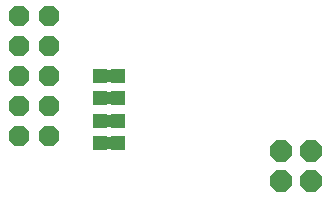
<source format=gbs>
G75*
G70*
%OFA0B0*%
%FSLAX24Y24*%
%IPPOS*%
%LPD*%
%AMOC8*
5,1,8,0,0,1.08239X$1,22.5*
%
%ADD10OC8,0.0680*%
%ADD11OC8,0.0720*%
%ADD12R,0.0480X0.0480*%
%ADD13R,0.0200X0.0400*%
D10*
X002550Y002353D03*
X003550Y002353D03*
X003550Y003353D03*
X002550Y003353D03*
X002550Y004353D03*
X003550Y004353D03*
X003550Y005353D03*
X002550Y005353D03*
X002550Y006353D03*
X003550Y006353D03*
D11*
X011300Y001853D03*
X012300Y001853D03*
X012300Y000853D03*
X011300Y000853D03*
D12*
X005850Y002103D03*
X005250Y002103D03*
X005250Y002853D03*
X005850Y002853D03*
X005850Y003603D03*
X005250Y003603D03*
X005250Y004353D03*
X005850Y004353D03*
D13*
X005550Y004353D03*
X005550Y003603D03*
X005550Y002853D03*
X005550Y002103D03*
M02*

</source>
